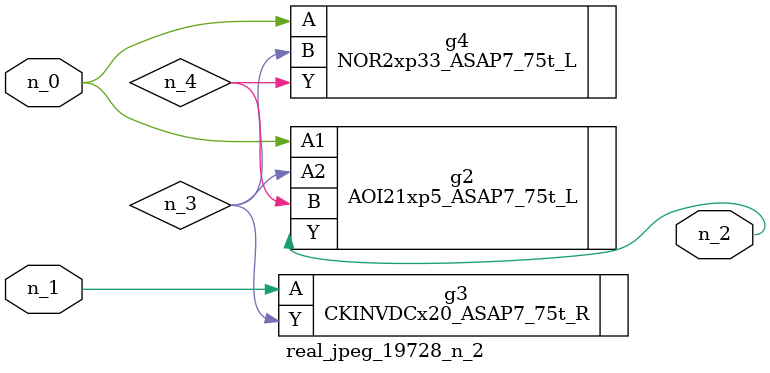
<source format=v>
module real_jpeg_19728_n_2 (n_1, n_0, n_2);

input n_1;
input n_0;

output n_2;

wire n_4;
wire n_3;

AOI21xp5_ASAP7_75t_L g2 ( 
.A1(n_0),
.A2(n_3),
.B(n_4),
.Y(n_2)
);

NOR2xp33_ASAP7_75t_L g4 ( 
.A(n_0),
.B(n_3),
.Y(n_4)
);

CKINVDCx20_ASAP7_75t_R g3 ( 
.A(n_1),
.Y(n_3)
);


endmodule
</source>
